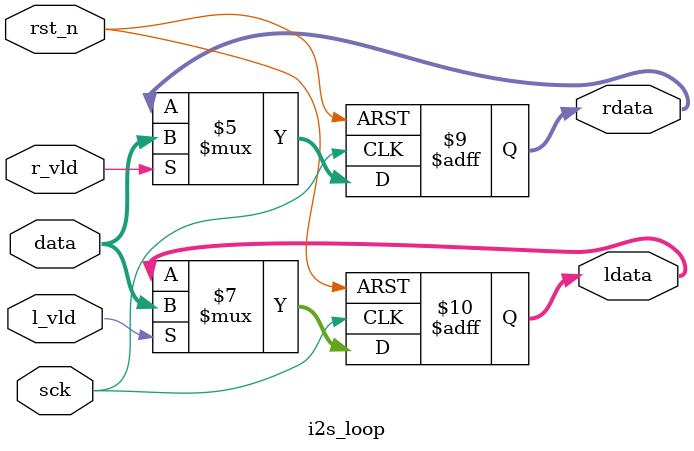
<source format=v>
module i2s_loop
#(
    parameter DATA_WIDTH = 8
)
(
    input                       sck,
    input                       rst_n,

    output reg [DATA_WIDTH - 1:0]  ldata,
    output reg [DATA_WIDTH - 1:0]  rdata,

    input   [DATA_WIDTH - 1:0]  data,
    input                       r_vld,
    input                       l_vld
);

always @(posedge sck or negedge rst_n)
begin
    if(~rst_n)
        ldata <= {DATA_WIDTH{1'b0}};
    else if(l_vld)
        ldata <= data;
end

always @(posedge sck or negedge rst_n)
begin
    if(~rst_n)
        rdata <= {DATA_WIDTH{1'b0}};
    else if(r_vld)
        rdata <= data;
end

endmodule //i2s_loop

</source>
